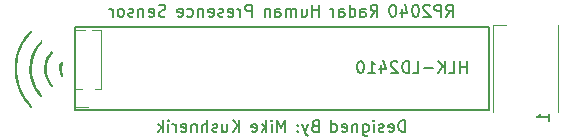
<source format=gbr>
%TF.GenerationSoftware,KiCad,Pcbnew,(7.0.0)*%
%TF.CreationDate,2023-05-29T13:22:43-05:00*%
%TF.ProjectId,rp2040-radar-presense-sensor,72703230-3430-42d7-9261-6461722d7072,rev?*%
%TF.SameCoordinates,Original*%
%TF.FileFunction,Legend,Bot*%
%TF.FilePolarity,Positive*%
%FSLAX46Y46*%
G04 Gerber Fmt 4.6, Leading zero omitted, Abs format (unit mm)*
G04 Created by KiCad (PCBNEW (7.0.0)) date 2023-05-29 13:22:43*
%MOMM*%
%LPD*%
G01*
G04 APERTURE LIST*
%ADD10C,0.150000*%
%ADD11C,0.120000*%
G04 APERTURE END LIST*
D10*
X115636704Y-100367380D02*
X115636704Y-99367380D01*
X115636704Y-99843571D02*
X115065276Y-99843571D01*
X115065276Y-100367380D02*
X115065276Y-99367380D01*
X114112895Y-100367380D02*
X114589085Y-100367380D01*
X114589085Y-100367380D02*
X114589085Y-99367380D01*
X113779561Y-100367380D02*
X113779561Y-99367380D01*
X113208133Y-100367380D02*
X113636704Y-99795952D01*
X113208133Y-99367380D02*
X113779561Y-99938809D01*
X112779561Y-99986428D02*
X112017657Y-99986428D01*
X111065276Y-100367380D02*
X111541466Y-100367380D01*
X111541466Y-100367380D02*
X111541466Y-99367380D01*
X110731942Y-100367380D02*
X110731942Y-99367380D01*
X110731942Y-99367380D02*
X110493847Y-99367380D01*
X110493847Y-99367380D02*
X110350990Y-99415000D01*
X110350990Y-99415000D02*
X110255752Y-99510238D01*
X110255752Y-99510238D02*
X110208133Y-99605476D01*
X110208133Y-99605476D02*
X110160514Y-99795952D01*
X110160514Y-99795952D02*
X110160514Y-99938809D01*
X110160514Y-99938809D02*
X110208133Y-100129285D01*
X110208133Y-100129285D02*
X110255752Y-100224523D01*
X110255752Y-100224523D02*
X110350990Y-100319761D01*
X110350990Y-100319761D02*
X110493847Y-100367380D01*
X110493847Y-100367380D02*
X110731942Y-100367380D01*
X109779561Y-99462619D02*
X109731942Y-99415000D01*
X109731942Y-99415000D02*
X109636704Y-99367380D01*
X109636704Y-99367380D02*
X109398609Y-99367380D01*
X109398609Y-99367380D02*
X109303371Y-99415000D01*
X109303371Y-99415000D02*
X109255752Y-99462619D01*
X109255752Y-99462619D02*
X109208133Y-99557857D01*
X109208133Y-99557857D02*
X109208133Y-99653095D01*
X109208133Y-99653095D02*
X109255752Y-99795952D01*
X109255752Y-99795952D02*
X109827180Y-100367380D01*
X109827180Y-100367380D02*
X109208133Y-100367380D01*
X108350990Y-99700714D02*
X108350990Y-100367380D01*
X108589085Y-99319761D02*
X108827180Y-100034047D01*
X108827180Y-100034047D02*
X108208133Y-100034047D01*
X107303371Y-100367380D02*
X107874799Y-100367380D01*
X107589085Y-100367380D02*
X107589085Y-99367380D01*
X107589085Y-99367380D02*
X107684323Y-99510238D01*
X107684323Y-99510238D02*
X107779561Y-99605476D01*
X107779561Y-99605476D02*
X107874799Y-99653095D01*
X106684323Y-99367380D02*
X106589085Y-99367380D01*
X106589085Y-99367380D02*
X106493847Y-99415000D01*
X106493847Y-99415000D02*
X106446228Y-99462619D01*
X106446228Y-99462619D02*
X106398609Y-99557857D01*
X106398609Y-99557857D02*
X106350990Y-99748333D01*
X106350990Y-99748333D02*
X106350990Y-99986428D01*
X106350990Y-99986428D02*
X106398609Y-100176904D01*
X106398609Y-100176904D02*
X106446228Y-100272142D01*
X106446228Y-100272142D02*
X106493847Y-100319761D01*
X106493847Y-100319761D02*
X106589085Y-100367380D01*
X106589085Y-100367380D02*
X106684323Y-100367380D01*
X106684323Y-100367380D02*
X106779561Y-100319761D01*
X106779561Y-100319761D02*
X106827180Y-100272142D01*
X106827180Y-100272142D02*
X106874799Y-100176904D01*
X106874799Y-100176904D02*
X106922418Y-99986428D01*
X106922418Y-99986428D02*
X106922418Y-99748333D01*
X106922418Y-99748333D02*
X106874799Y-99557857D01*
X106874799Y-99557857D02*
X106827180Y-99462619D01*
X106827180Y-99462619D02*
X106779561Y-99415000D01*
X106779561Y-99415000D02*
X106684323Y-99367380D01*
X110423809Y-105367380D02*
X110423809Y-104367380D01*
X110423809Y-104367380D02*
X110185714Y-104367380D01*
X110185714Y-104367380D02*
X110042857Y-104415000D01*
X110042857Y-104415000D02*
X109947619Y-104510238D01*
X109947619Y-104510238D02*
X109900000Y-104605476D01*
X109900000Y-104605476D02*
X109852381Y-104795952D01*
X109852381Y-104795952D02*
X109852381Y-104938809D01*
X109852381Y-104938809D02*
X109900000Y-105129285D01*
X109900000Y-105129285D02*
X109947619Y-105224523D01*
X109947619Y-105224523D02*
X110042857Y-105319761D01*
X110042857Y-105319761D02*
X110185714Y-105367380D01*
X110185714Y-105367380D02*
X110423809Y-105367380D01*
X109042857Y-105319761D02*
X109138095Y-105367380D01*
X109138095Y-105367380D02*
X109328571Y-105367380D01*
X109328571Y-105367380D02*
X109423809Y-105319761D01*
X109423809Y-105319761D02*
X109471428Y-105224523D01*
X109471428Y-105224523D02*
X109471428Y-104843571D01*
X109471428Y-104843571D02*
X109423809Y-104748333D01*
X109423809Y-104748333D02*
X109328571Y-104700714D01*
X109328571Y-104700714D02*
X109138095Y-104700714D01*
X109138095Y-104700714D02*
X109042857Y-104748333D01*
X109042857Y-104748333D02*
X108995238Y-104843571D01*
X108995238Y-104843571D02*
X108995238Y-104938809D01*
X108995238Y-104938809D02*
X109471428Y-105034047D01*
X108614285Y-105319761D02*
X108519047Y-105367380D01*
X108519047Y-105367380D02*
X108328571Y-105367380D01*
X108328571Y-105367380D02*
X108233333Y-105319761D01*
X108233333Y-105319761D02*
X108185714Y-105224523D01*
X108185714Y-105224523D02*
X108185714Y-105176904D01*
X108185714Y-105176904D02*
X108233333Y-105081666D01*
X108233333Y-105081666D02*
X108328571Y-105034047D01*
X108328571Y-105034047D02*
X108471428Y-105034047D01*
X108471428Y-105034047D02*
X108566666Y-104986428D01*
X108566666Y-104986428D02*
X108614285Y-104891190D01*
X108614285Y-104891190D02*
X108614285Y-104843571D01*
X108614285Y-104843571D02*
X108566666Y-104748333D01*
X108566666Y-104748333D02*
X108471428Y-104700714D01*
X108471428Y-104700714D02*
X108328571Y-104700714D01*
X108328571Y-104700714D02*
X108233333Y-104748333D01*
X107757142Y-105367380D02*
X107757142Y-104700714D01*
X107757142Y-104367380D02*
X107804761Y-104415000D01*
X107804761Y-104415000D02*
X107757142Y-104462619D01*
X107757142Y-104462619D02*
X107709523Y-104415000D01*
X107709523Y-104415000D02*
X107757142Y-104367380D01*
X107757142Y-104367380D02*
X107757142Y-104462619D01*
X106852381Y-104700714D02*
X106852381Y-105510238D01*
X106852381Y-105510238D02*
X106900000Y-105605476D01*
X106900000Y-105605476D02*
X106947619Y-105653095D01*
X106947619Y-105653095D02*
X107042857Y-105700714D01*
X107042857Y-105700714D02*
X107185714Y-105700714D01*
X107185714Y-105700714D02*
X107280952Y-105653095D01*
X106852381Y-105319761D02*
X106947619Y-105367380D01*
X106947619Y-105367380D02*
X107138095Y-105367380D01*
X107138095Y-105367380D02*
X107233333Y-105319761D01*
X107233333Y-105319761D02*
X107280952Y-105272142D01*
X107280952Y-105272142D02*
X107328571Y-105176904D01*
X107328571Y-105176904D02*
X107328571Y-104891190D01*
X107328571Y-104891190D02*
X107280952Y-104795952D01*
X107280952Y-104795952D02*
X107233333Y-104748333D01*
X107233333Y-104748333D02*
X107138095Y-104700714D01*
X107138095Y-104700714D02*
X106947619Y-104700714D01*
X106947619Y-104700714D02*
X106852381Y-104748333D01*
X106376190Y-104700714D02*
X106376190Y-105367380D01*
X106376190Y-104795952D02*
X106328571Y-104748333D01*
X106328571Y-104748333D02*
X106233333Y-104700714D01*
X106233333Y-104700714D02*
X106090476Y-104700714D01*
X106090476Y-104700714D02*
X105995238Y-104748333D01*
X105995238Y-104748333D02*
X105947619Y-104843571D01*
X105947619Y-104843571D02*
X105947619Y-105367380D01*
X105090476Y-105319761D02*
X105185714Y-105367380D01*
X105185714Y-105367380D02*
X105376190Y-105367380D01*
X105376190Y-105367380D02*
X105471428Y-105319761D01*
X105471428Y-105319761D02*
X105519047Y-105224523D01*
X105519047Y-105224523D02*
X105519047Y-104843571D01*
X105519047Y-104843571D02*
X105471428Y-104748333D01*
X105471428Y-104748333D02*
X105376190Y-104700714D01*
X105376190Y-104700714D02*
X105185714Y-104700714D01*
X105185714Y-104700714D02*
X105090476Y-104748333D01*
X105090476Y-104748333D02*
X105042857Y-104843571D01*
X105042857Y-104843571D02*
X105042857Y-104938809D01*
X105042857Y-104938809D02*
X105519047Y-105034047D01*
X104185714Y-105367380D02*
X104185714Y-104367380D01*
X104185714Y-105319761D02*
X104280952Y-105367380D01*
X104280952Y-105367380D02*
X104471428Y-105367380D01*
X104471428Y-105367380D02*
X104566666Y-105319761D01*
X104566666Y-105319761D02*
X104614285Y-105272142D01*
X104614285Y-105272142D02*
X104661904Y-105176904D01*
X104661904Y-105176904D02*
X104661904Y-104891190D01*
X104661904Y-104891190D02*
X104614285Y-104795952D01*
X104614285Y-104795952D02*
X104566666Y-104748333D01*
X104566666Y-104748333D02*
X104471428Y-104700714D01*
X104471428Y-104700714D02*
X104280952Y-104700714D01*
X104280952Y-104700714D02*
X104185714Y-104748333D01*
X102776190Y-104843571D02*
X102633333Y-104891190D01*
X102633333Y-104891190D02*
X102585714Y-104938809D01*
X102585714Y-104938809D02*
X102538095Y-105034047D01*
X102538095Y-105034047D02*
X102538095Y-105176904D01*
X102538095Y-105176904D02*
X102585714Y-105272142D01*
X102585714Y-105272142D02*
X102633333Y-105319761D01*
X102633333Y-105319761D02*
X102728571Y-105367380D01*
X102728571Y-105367380D02*
X103109523Y-105367380D01*
X103109523Y-105367380D02*
X103109523Y-104367380D01*
X103109523Y-104367380D02*
X102776190Y-104367380D01*
X102776190Y-104367380D02*
X102680952Y-104415000D01*
X102680952Y-104415000D02*
X102633333Y-104462619D01*
X102633333Y-104462619D02*
X102585714Y-104557857D01*
X102585714Y-104557857D02*
X102585714Y-104653095D01*
X102585714Y-104653095D02*
X102633333Y-104748333D01*
X102633333Y-104748333D02*
X102680952Y-104795952D01*
X102680952Y-104795952D02*
X102776190Y-104843571D01*
X102776190Y-104843571D02*
X103109523Y-104843571D01*
X102204761Y-104700714D02*
X101966666Y-105367380D01*
X101728571Y-104700714D02*
X101966666Y-105367380D01*
X101966666Y-105367380D02*
X102061904Y-105605476D01*
X102061904Y-105605476D02*
X102109523Y-105653095D01*
X102109523Y-105653095D02*
X102204761Y-105700714D01*
X101347618Y-105272142D02*
X101299999Y-105319761D01*
X101299999Y-105319761D02*
X101347618Y-105367380D01*
X101347618Y-105367380D02*
X101395237Y-105319761D01*
X101395237Y-105319761D02*
X101347618Y-105272142D01*
X101347618Y-105272142D02*
X101347618Y-105367380D01*
X101347618Y-104748333D02*
X101299999Y-104795952D01*
X101299999Y-104795952D02*
X101347618Y-104843571D01*
X101347618Y-104843571D02*
X101395237Y-104795952D01*
X101395237Y-104795952D02*
X101347618Y-104748333D01*
X101347618Y-104748333D02*
X101347618Y-104843571D01*
X100271428Y-105367380D02*
X100271428Y-104367380D01*
X100271428Y-104367380D02*
X99938095Y-105081666D01*
X99938095Y-105081666D02*
X99604762Y-104367380D01*
X99604762Y-104367380D02*
X99604762Y-105367380D01*
X99128571Y-105367380D02*
X99128571Y-104700714D01*
X99128571Y-104367380D02*
X99176190Y-104415000D01*
X99176190Y-104415000D02*
X99128571Y-104462619D01*
X99128571Y-104462619D02*
X99080952Y-104415000D01*
X99080952Y-104415000D02*
X99128571Y-104367380D01*
X99128571Y-104367380D02*
X99128571Y-104462619D01*
X98652381Y-105367380D02*
X98652381Y-104367380D01*
X98557143Y-104986428D02*
X98271429Y-105367380D01*
X98271429Y-104700714D02*
X98652381Y-105081666D01*
X97461905Y-105319761D02*
X97557143Y-105367380D01*
X97557143Y-105367380D02*
X97747619Y-105367380D01*
X97747619Y-105367380D02*
X97842857Y-105319761D01*
X97842857Y-105319761D02*
X97890476Y-105224523D01*
X97890476Y-105224523D02*
X97890476Y-104843571D01*
X97890476Y-104843571D02*
X97842857Y-104748333D01*
X97842857Y-104748333D02*
X97747619Y-104700714D01*
X97747619Y-104700714D02*
X97557143Y-104700714D01*
X97557143Y-104700714D02*
X97461905Y-104748333D01*
X97461905Y-104748333D02*
X97414286Y-104843571D01*
X97414286Y-104843571D02*
X97414286Y-104938809D01*
X97414286Y-104938809D02*
X97890476Y-105034047D01*
X96385714Y-105367380D02*
X96385714Y-104367380D01*
X95814286Y-105367380D02*
X96242857Y-104795952D01*
X95814286Y-104367380D02*
X96385714Y-104938809D01*
X94957143Y-104700714D02*
X94957143Y-105367380D01*
X95385714Y-104700714D02*
X95385714Y-105224523D01*
X95385714Y-105224523D02*
X95338095Y-105319761D01*
X95338095Y-105319761D02*
X95242857Y-105367380D01*
X95242857Y-105367380D02*
X95100000Y-105367380D01*
X95100000Y-105367380D02*
X95004762Y-105319761D01*
X95004762Y-105319761D02*
X94957143Y-105272142D01*
X94528571Y-105319761D02*
X94433333Y-105367380D01*
X94433333Y-105367380D02*
X94242857Y-105367380D01*
X94242857Y-105367380D02*
X94147619Y-105319761D01*
X94147619Y-105319761D02*
X94100000Y-105224523D01*
X94100000Y-105224523D02*
X94100000Y-105176904D01*
X94100000Y-105176904D02*
X94147619Y-105081666D01*
X94147619Y-105081666D02*
X94242857Y-105034047D01*
X94242857Y-105034047D02*
X94385714Y-105034047D01*
X94385714Y-105034047D02*
X94480952Y-104986428D01*
X94480952Y-104986428D02*
X94528571Y-104891190D01*
X94528571Y-104891190D02*
X94528571Y-104843571D01*
X94528571Y-104843571D02*
X94480952Y-104748333D01*
X94480952Y-104748333D02*
X94385714Y-104700714D01*
X94385714Y-104700714D02*
X94242857Y-104700714D01*
X94242857Y-104700714D02*
X94147619Y-104748333D01*
X93671428Y-105367380D02*
X93671428Y-104367380D01*
X93242857Y-105367380D02*
X93242857Y-104843571D01*
X93242857Y-104843571D02*
X93290476Y-104748333D01*
X93290476Y-104748333D02*
X93385714Y-104700714D01*
X93385714Y-104700714D02*
X93528571Y-104700714D01*
X93528571Y-104700714D02*
X93623809Y-104748333D01*
X93623809Y-104748333D02*
X93671428Y-104795952D01*
X92766666Y-104700714D02*
X92766666Y-105367380D01*
X92766666Y-104795952D02*
X92719047Y-104748333D01*
X92719047Y-104748333D02*
X92623809Y-104700714D01*
X92623809Y-104700714D02*
X92480952Y-104700714D01*
X92480952Y-104700714D02*
X92385714Y-104748333D01*
X92385714Y-104748333D02*
X92338095Y-104843571D01*
X92338095Y-104843571D02*
X92338095Y-105367380D01*
X91480952Y-105319761D02*
X91576190Y-105367380D01*
X91576190Y-105367380D02*
X91766666Y-105367380D01*
X91766666Y-105367380D02*
X91861904Y-105319761D01*
X91861904Y-105319761D02*
X91909523Y-105224523D01*
X91909523Y-105224523D02*
X91909523Y-104843571D01*
X91909523Y-104843571D02*
X91861904Y-104748333D01*
X91861904Y-104748333D02*
X91766666Y-104700714D01*
X91766666Y-104700714D02*
X91576190Y-104700714D01*
X91576190Y-104700714D02*
X91480952Y-104748333D01*
X91480952Y-104748333D02*
X91433333Y-104843571D01*
X91433333Y-104843571D02*
X91433333Y-104938809D01*
X91433333Y-104938809D02*
X91909523Y-105034047D01*
X91004761Y-105367380D02*
X91004761Y-104700714D01*
X91004761Y-104891190D02*
X90957142Y-104795952D01*
X90957142Y-104795952D02*
X90909523Y-104748333D01*
X90909523Y-104748333D02*
X90814285Y-104700714D01*
X90814285Y-104700714D02*
X90719047Y-104700714D01*
X90385713Y-105367380D02*
X90385713Y-104700714D01*
X90385713Y-104367380D02*
X90433332Y-104415000D01*
X90433332Y-104415000D02*
X90385713Y-104462619D01*
X90385713Y-104462619D02*
X90338094Y-104415000D01*
X90338094Y-104415000D02*
X90385713Y-104367380D01*
X90385713Y-104367380D02*
X90385713Y-104462619D01*
X89909523Y-105367380D02*
X89909523Y-104367380D01*
X89814285Y-104986428D02*
X89528571Y-105367380D01*
X89528571Y-104700714D02*
X89909523Y-105081666D01*
X113914287Y-95617380D02*
X114247620Y-95141190D01*
X114485715Y-95617380D02*
X114485715Y-94617380D01*
X114485715Y-94617380D02*
X114104763Y-94617380D01*
X114104763Y-94617380D02*
X114009525Y-94665000D01*
X114009525Y-94665000D02*
X113961906Y-94712619D01*
X113961906Y-94712619D02*
X113914287Y-94807857D01*
X113914287Y-94807857D02*
X113914287Y-94950714D01*
X113914287Y-94950714D02*
X113961906Y-95045952D01*
X113961906Y-95045952D02*
X114009525Y-95093571D01*
X114009525Y-95093571D02*
X114104763Y-95141190D01*
X114104763Y-95141190D02*
X114485715Y-95141190D01*
X113485715Y-95617380D02*
X113485715Y-94617380D01*
X113485715Y-94617380D02*
X113104763Y-94617380D01*
X113104763Y-94617380D02*
X113009525Y-94665000D01*
X113009525Y-94665000D02*
X112961906Y-94712619D01*
X112961906Y-94712619D02*
X112914287Y-94807857D01*
X112914287Y-94807857D02*
X112914287Y-94950714D01*
X112914287Y-94950714D02*
X112961906Y-95045952D01*
X112961906Y-95045952D02*
X113009525Y-95093571D01*
X113009525Y-95093571D02*
X113104763Y-95141190D01*
X113104763Y-95141190D02*
X113485715Y-95141190D01*
X112533334Y-94712619D02*
X112485715Y-94665000D01*
X112485715Y-94665000D02*
X112390477Y-94617380D01*
X112390477Y-94617380D02*
X112152382Y-94617380D01*
X112152382Y-94617380D02*
X112057144Y-94665000D01*
X112057144Y-94665000D02*
X112009525Y-94712619D01*
X112009525Y-94712619D02*
X111961906Y-94807857D01*
X111961906Y-94807857D02*
X111961906Y-94903095D01*
X111961906Y-94903095D02*
X112009525Y-95045952D01*
X112009525Y-95045952D02*
X112580953Y-95617380D01*
X112580953Y-95617380D02*
X111961906Y-95617380D01*
X111342858Y-94617380D02*
X111247620Y-94617380D01*
X111247620Y-94617380D02*
X111152382Y-94665000D01*
X111152382Y-94665000D02*
X111104763Y-94712619D01*
X111104763Y-94712619D02*
X111057144Y-94807857D01*
X111057144Y-94807857D02*
X111009525Y-94998333D01*
X111009525Y-94998333D02*
X111009525Y-95236428D01*
X111009525Y-95236428D02*
X111057144Y-95426904D01*
X111057144Y-95426904D02*
X111104763Y-95522142D01*
X111104763Y-95522142D02*
X111152382Y-95569761D01*
X111152382Y-95569761D02*
X111247620Y-95617380D01*
X111247620Y-95617380D02*
X111342858Y-95617380D01*
X111342858Y-95617380D02*
X111438096Y-95569761D01*
X111438096Y-95569761D02*
X111485715Y-95522142D01*
X111485715Y-95522142D02*
X111533334Y-95426904D01*
X111533334Y-95426904D02*
X111580953Y-95236428D01*
X111580953Y-95236428D02*
X111580953Y-94998333D01*
X111580953Y-94998333D02*
X111533334Y-94807857D01*
X111533334Y-94807857D02*
X111485715Y-94712619D01*
X111485715Y-94712619D02*
X111438096Y-94665000D01*
X111438096Y-94665000D02*
X111342858Y-94617380D01*
X110152382Y-94950714D02*
X110152382Y-95617380D01*
X110390477Y-94569761D02*
X110628572Y-95284047D01*
X110628572Y-95284047D02*
X110009525Y-95284047D01*
X109438096Y-94617380D02*
X109342858Y-94617380D01*
X109342858Y-94617380D02*
X109247620Y-94665000D01*
X109247620Y-94665000D02*
X109200001Y-94712619D01*
X109200001Y-94712619D02*
X109152382Y-94807857D01*
X109152382Y-94807857D02*
X109104763Y-94998333D01*
X109104763Y-94998333D02*
X109104763Y-95236428D01*
X109104763Y-95236428D02*
X109152382Y-95426904D01*
X109152382Y-95426904D02*
X109200001Y-95522142D01*
X109200001Y-95522142D02*
X109247620Y-95569761D01*
X109247620Y-95569761D02*
X109342858Y-95617380D01*
X109342858Y-95617380D02*
X109438096Y-95617380D01*
X109438096Y-95617380D02*
X109533334Y-95569761D01*
X109533334Y-95569761D02*
X109580953Y-95522142D01*
X109580953Y-95522142D02*
X109628572Y-95426904D01*
X109628572Y-95426904D02*
X109676191Y-95236428D01*
X109676191Y-95236428D02*
X109676191Y-94998333D01*
X109676191Y-94998333D02*
X109628572Y-94807857D01*
X109628572Y-94807857D02*
X109580953Y-94712619D01*
X109580953Y-94712619D02*
X109533334Y-94665000D01*
X109533334Y-94665000D02*
X109438096Y-94617380D01*
X107504763Y-95617380D02*
X107838096Y-95141190D01*
X108076191Y-95617380D02*
X108076191Y-94617380D01*
X108076191Y-94617380D02*
X107695239Y-94617380D01*
X107695239Y-94617380D02*
X107600001Y-94665000D01*
X107600001Y-94665000D02*
X107552382Y-94712619D01*
X107552382Y-94712619D02*
X107504763Y-94807857D01*
X107504763Y-94807857D02*
X107504763Y-94950714D01*
X107504763Y-94950714D02*
X107552382Y-95045952D01*
X107552382Y-95045952D02*
X107600001Y-95093571D01*
X107600001Y-95093571D02*
X107695239Y-95141190D01*
X107695239Y-95141190D02*
X108076191Y-95141190D01*
X106647620Y-95617380D02*
X106647620Y-95093571D01*
X106647620Y-95093571D02*
X106695239Y-94998333D01*
X106695239Y-94998333D02*
X106790477Y-94950714D01*
X106790477Y-94950714D02*
X106980953Y-94950714D01*
X106980953Y-94950714D02*
X107076191Y-94998333D01*
X106647620Y-95569761D02*
X106742858Y-95617380D01*
X106742858Y-95617380D02*
X106980953Y-95617380D01*
X106980953Y-95617380D02*
X107076191Y-95569761D01*
X107076191Y-95569761D02*
X107123810Y-95474523D01*
X107123810Y-95474523D02*
X107123810Y-95379285D01*
X107123810Y-95379285D02*
X107076191Y-95284047D01*
X107076191Y-95284047D02*
X106980953Y-95236428D01*
X106980953Y-95236428D02*
X106742858Y-95236428D01*
X106742858Y-95236428D02*
X106647620Y-95188809D01*
X105742858Y-95617380D02*
X105742858Y-94617380D01*
X105742858Y-95569761D02*
X105838096Y-95617380D01*
X105838096Y-95617380D02*
X106028572Y-95617380D01*
X106028572Y-95617380D02*
X106123810Y-95569761D01*
X106123810Y-95569761D02*
X106171429Y-95522142D01*
X106171429Y-95522142D02*
X106219048Y-95426904D01*
X106219048Y-95426904D02*
X106219048Y-95141190D01*
X106219048Y-95141190D02*
X106171429Y-95045952D01*
X106171429Y-95045952D02*
X106123810Y-94998333D01*
X106123810Y-94998333D02*
X106028572Y-94950714D01*
X106028572Y-94950714D02*
X105838096Y-94950714D01*
X105838096Y-94950714D02*
X105742858Y-94998333D01*
X104838096Y-95617380D02*
X104838096Y-95093571D01*
X104838096Y-95093571D02*
X104885715Y-94998333D01*
X104885715Y-94998333D02*
X104980953Y-94950714D01*
X104980953Y-94950714D02*
X105171429Y-94950714D01*
X105171429Y-94950714D02*
X105266667Y-94998333D01*
X104838096Y-95569761D02*
X104933334Y-95617380D01*
X104933334Y-95617380D02*
X105171429Y-95617380D01*
X105171429Y-95617380D02*
X105266667Y-95569761D01*
X105266667Y-95569761D02*
X105314286Y-95474523D01*
X105314286Y-95474523D02*
X105314286Y-95379285D01*
X105314286Y-95379285D02*
X105266667Y-95284047D01*
X105266667Y-95284047D02*
X105171429Y-95236428D01*
X105171429Y-95236428D02*
X104933334Y-95236428D01*
X104933334Y-95236428D02*
X104838096Y-95188809D01*
X104361905Y-95617380D02*
X104361905Y-94950714D01*
X104361905Y-95141190D02*
X104314286Y-95045952D01*
X104314286Y-95045952D02*
X104266667Y-94998333D01*
X104266667Y-94998333D02*
X104171429Y-94950714D01*
X104171429Y-94950714D02*
X104076191Y-94950714D01*
X103142857Y-95617380D02*
X103142857Y-94617380D01*
X103142857Y-95093571D02*
X102571429Y-95093571D01*
X102571429Y-95617380D02*
X102571429Y-94617380D01*
X101666667Y-94950714D02*
X101666667Y-95617380D01*
X102095238Y-94950714D02*
X102095238Y-95474523D01*
X102095238Y-95474523D02*
X102047619Y-95569761D01*
X102047619Y-95569761D02*
X101952381Y-95617380D01*
X101952381Y-95617380D02*
X101809524Y-95617380D01*
X101809524Y-95617380D02*
X101714286Y-95569761D01*
X101714286Y-95569761D02*
X101666667Y-95522142D01*
X101190476Y-95617380D02*
X101190476Y-94950714D01*
X101190476Y-95045952D02*
X101142857Y-94998333D01*
X101142857Y-94998333D02*
X101047619Y-94950714D01*
X101047619Y-94950714D02*
X100904762Y-94950714D01*
X100904762Y-94950714D02*
X100809524Y-94998333D01*
X100809524Y-94998333D02*
X100761905Y-95093571D01*
X100761905Y-95093571D02*
X100761905Y-95617380D01*
X100761905Y-95093571D02*
X100714286Y-94998333D01*
X100714286Y-94998333D02*
X100619048Y-94950714D01*
X100619048Y-94950714D02*
X100476191Y-94950714D01*
X100476191Y-94950714D02*
X100380952Y-94998333D01*
X100380952Y-94998333D02*
X100333333Y-95093571D01*
X100333333Y-95093571D02*
X100333333Y-95617380D01*
X99428572Y-95617380D02*
X99428572Y-95093571D01*
X99428572Y-95093571D02*
X99476191Y-94998333D01*
X99476191Y-94998333D02*
X99571429Y-94950714D01*
X99571429Y-94950714D02*
X99761905Y-94950714D01*
X99761905Y-94950714D02*
X99857143Y-94998333D01*
X99428572Y-95569761D02*
X99523810Y-95617380D01*
X99523810Y-95617380D02*
X99761905Y-95617380D01*
X99761905Y-95617380D02*
X99857143Y-95569761D01*
X99857143Y-95569761D02*
X99904762Y-95474523D01*
X99904762Y-95474523D02*
X99904762Y-95379285D01*
X99904762Y-95379285D02*
X99857143Y-95284047D01*
X99857143Y-95284047D02*
X99761905Y-95236428D01*
X99761905Y-95236428D02*
X99523810Y-95236428D01*
X99523810Y-95236428D02*
X99428572Y-95188809D01*
X98952381Y-94950714D02*
X98952381Y-95617380D01*
X98952381Y-95045952D02*
X98904762Y-94998333D01*
X98904762Y-94998333D02*
X98809524Y-94950714D01*
X98809524Y-94950714D02*
X98666667Y-94950714D01*
X98666667Y-94950714D02*
X98571429Y-94998333D01*
X98571429Y-94998333D02*
X98523810Y-95093571D01*
X98523810Y-95093571D02*
X98523810Y-95617380D01*
X97447619Y-95617380D02*
X97447619Y-94617380D01*
X97447619Y-94617380D02*
X97066667Y-94617380D01*
X97066667Y-94617380D02*
X96971429Y-94665000D01*
X96971429Y-94665000D02*
X96923810Y-94712619D01*
X96923810Y-94712619D02*
X96876191Y-94807857D01*
X96876191Y-94807857D02*
X96876191Y-94950714D01*
X96876191Y-94950714D02*
X96923810Y-95045952D01*
X96923810Y-95045952D02*
X96971429Y-95093571D01*
X96971429Y-95093571D02*
X97066667Y-95141190D01*
X97066667Y-95141190D02*
X97447619Y-95141190D01*
X96447619Y-95617380D02*
X96447619Y-94950714D01*
X96447619Y-95141190D02*
X96400000Y-95045952D01*
X96400000Y-95045952D02*
X96352381Y-94998333D01*
X96352381Y-94998333D02*
X96257143Y-94950714D01*
X96257143Y-94950714D02*
X96161905Y-94950714D01*
X95447619Y-95569761D02*
X95542857Y-95617380D01*
X95542857Y-95617380D02*
X95733333Y-95617380D01*
X95733333Y-95617380D02*
X95828571Y-95569761D01*
X95828571Y-95569761D02*
X95876190Y-95474523D01*
X95876190Y-95474523D02*
X95876190Y-95093571D01*
X95876190Y-95093571D02*
X95828571Y-94998333D01*
X95828571Y-94998333D02*
X95733333Y-94950714D01*
X95733333Y-94950714D02*
X95542857Y-94950714D01*
X95542857Y-94950714D02*
X95447619Y-94998333D01*
X95447619Y-94998333D02*
X95400000Y-95093571D01*
X95400000Y-95093571D02*
X95400000Y-95188809D01*
X95400000Y-95188809D02*
X95876190Y-95284047D01*
X95019047Y-95569761D02*
X94923809Y-95617380D01*
X94923809Y-95617380D02*
X94733333Y-95617380D01*
X94733333Y-95617380D02*
X94638095Y-95569761D01*
X94638095Y-95569761D02*
X94590476Y-95474523D01*
X94590476Y-95474523D02*
X94590476Y-95426904D01*
X94590476Y-95426904D02*
X94638095Y-95331666D01*
X94638095Y-95331666D02*
X94733333Y-95284047D01*
X94733333Y-95284047D02*
X94876190Y-95284047D01*
X94876190Y-95284047D02*
X94971428Y-95236428D01*
X94971428Y-95236428D02*
X95019047Y-95141190D01*
X95019047Y-95141190D02*
X95019047Y-95093571D01*
X95019047Y-95093571D02*
X94971428Y-94998333D01*
X94971428Y-94998333D02*
X94876190Y-94950714D01*
X94876190Y-94950714D02*
X94733333Y-94950714D01*
X94733333Y-94950714D02*
X94638095Y-94998333D01*
X93780952Y-95569761D02*
X93876190Y-95617380D01*
X93876190Y-95617380D02*
X94066666Y-95617380D01*
X94066666Y-95617380D02*
X94161904Y-95569761D01*
X94161904Y-95569761D02*
X94209523Y-95474523D01*
X94209523Y-95474523D02*
X94209523Y-95093571D01*
X94209523Y-95093571D02*
X94161904Y-94998333D01*
X94161904Y-94998333D02*
X94066666Y-94950714D01*
X94066666Y-94950714D02*
X93876190Y-94950714D01*
X93876190Y-94950714D02*
X93780952Y-94998333D01*
X93780952Y-94998333D02*
X93733333Y-95093571D01*
X93733333Y-95093571D02*
X93733333Y-95188809D01*
X93733333Y-95188809D02*
X94209523Y-95284047D01*
X93304761Y-94950714D02*
X93304761Y-95617380D01*
X93304761Y-95045952D02*
X93257142Y-94998333D01*
X93257142Y-94998333D02*
X93161904Y-94950714D01*
X93161904Y-94950714D02*
X93019047Y-94950714D01*
X93019047Y-94950714D02*
X92923809Y-94998333D01*
X92923809Y-94998333D02*
X92876190Y-95093571D01*
X92876190Y-95093571D02*
X92876190Y-95617380D01*
X91971428Y-95569761D02*
X92066666Y-95617380D01*
X92066666Y-95617380D02*
X92257142Y-95617380D01*
X92257142Y-95617380D02*
X92352380Y-95569761D01*
X92352380Y-95569761D02*
X92399999Y-95522142D01*
X92399999Y-95522142D02*
X92447618Y-95426904D01*
X92447618Y-95426904D02*
X92447618Y-95141190D01*
X92447618Y-95141190D02*
X92399999Y-95045952D01*
X92399999Y-95045952D02*
X92352380Y-94998333D01*
X92352380Y-94998333D02*
X92257142Y-94950714D01*
X92257142Y-94950714D02*
X92066666Y-94950714D01*
X92066666Y-94950714D02*
X91971428Y-94998333D01*
X91161904Y-95569761D02*
X91257142Y-95617380D01*
X91257142Y-95617380D02*
X91447618Y-95617380D01*
X91447618Y-95617380D02*
X91542856Y-95569761D01*
X91542856Y-95569761D02*
X91590475Y-95474523D01*
X91590475Y-95474523D02*
X91590475Y-95093571D01*
X91590475Y-95093571D02*
X91542856Y-94998333D01*
X91542856Y-94998333D02*
X91447618Y-94950714D01*
X91447618Y-94950714D02*
X91257142Y-94950714D01*
X91257142Y-94950714D02*
X91161904Y-94998333D01*
X91161904Y-94998333D02*
X91114285Y-95093571D01*
X91114285Y-95093571D02*
X91114285Y-95188809D01*
X91114285Y-95188809D02*
X91590475Y-95284047D01*
X90133332Y-95569761D02*
X89990475Y-95617380D01*
X89990475Y-95617380D02*
X89752380Y-95617380D01*
X89752380Y-95617380D02*
X89657142Y-95569761D01*
X89657142Y-95569761D02*
X89609523Y-95522142D01*
X89609523Y-95522142D02*
X89561904Y-95426904D01*
X89561904Y-95426904D02*
X89561904Y-95331666D01*
X89561904Y-95331666D02*
X89609523Y-95236428D01*
X89609523Y-95236428D02*
X89657142Y-95188809D01*
X89657142Y-95188809D02*
X89752380Y-95141190D01*
X89752380Y-95141190D02*
X89942856Y-95093571D01*
X89942856Y-95093571D02*
X90038094Y-95045952D01*
X90038094Y-95045952D02*
X90085713Y-94998333D01*
X90085713Y-94998333D02*
X90133332Y-94903095D01*
X90133332Y-94903095D02*
X90133332Y-94807857D01*
X90133332Y-94807857D02*
X90085713Y-94712619D01*
X90085713Y-94712619D02*
X90038094Y-94665000D01*
X90038094Y-94665000D02*
X89942856Y-94617380D01*
X89942856Y-94617380D02*
X89704761Y-94617380D01*
X89704761Y-94617380D02*
X89561904Y-94665000D01*
X88752380Y-95569761D02*
X88847618Y-95617380D01*
X88847618Y-95617380D02*
X89038094Y-95617380D01*
X89038094Y-95617380D02*
X89133332Y-95569761D01*
X89133332Y-95569761D02*
X89180951Y-95474523D01*
X89180951Y-95474523D02*
X89180951Y-95093571D01*
X89180951Y-95093571D02*
X89133332Y-94998333D01*
X89133332Y-94998333D02*
X89038094Y-94950714D01*
X89038094Y-94950714D02*
X88847618Y-94950714D01*
X88847618Y-94950714D02*
X88752380Y-94998333D01*
X88752380Y-94998333D02*
X88704761Y-95093571D01*
X88704761Y-95093571D02*
X88704761Y-95188809D01*
X88704761Y-95188809D02*
X89180951Y-95284047D01*
X88276189Y-94950714D02*
X88276189Y-95617380D01*
X88276189Y-95045952D02*
X88228570Y-94998333D01*
X88228570Y-94998333D02*
X88133332Y-94950714D01*
X88133332Y-94950714D02*
X87990475Y-94950714D01*
X87990475Y-94950714D02*
X87895237Y-94998333D01*
X87895237Y-94998333D02*
X87847618Y-95093571D01*
X87847618Y-95093571D02*
X87847618Y-95617380D01*
X87419046Y-95569761D02*
X87323808Y-95617380D01*
X87323808Y-95617380D02*
X87133332Y-95617380D01*
X87133332Y-95617380D02*
X87038094Y-95569761D01*
X87038094Y-95569761D02*
X86990475Y-95474523D01*
X86990475Y-95474523D02*
X86990475Y-95426904D01*
X86990475Y-95426904D02*
X87038094Y-95331666D01*
X87038094Y-95331666D02*
X87133332Y-95284047D01*
X87133332Y-95284047D02*
X87276189Y-95284047D01*
X87276189Y-95284047D02*
X87371427Y-95236428D01*
X87371427Y-95236428D02*
X87419046Y-95141190D01*
X87419046Y-95141190D02*
X87419046Y-95093571D01*
X87419046Y-95093571D02*
X87371427Y-94998333D01*
X87371427Y-94998333D02*
X87276189Y-94950714D01*
X87276189Y-94950714D02*
X87133332Y-94950714D01*
X87133332Y-94950714D02*
X87038094Y-94998333D01*
X86419046Y-95617380D02*
X86514284Y-95569761D01*
X86514284Y-95569761D02*
X86561903Y-95522142D01*
X86561903Y-95522142D02*
X86609522Y-95426904D01*
X86609522Y-95426904D02*
X86609522Y-95141190D01*
X86609522Y-95141190D02*
X86561903Y-95045952D01*
X86561903Y-95045952D02*
X86514284Y-94998333D01*
X86514284Y-94998333D02*
X86419046Y-94950714D01*
X86419046Y-94950714D02*
X86276189Y-94950714D01*
X86276189Y-94950714D02*
X86180951Y-94998333D01*
X86180951Y-94998333D02*
X86133332Y-95045952D01*
X86133332Y-95045952D02*
X86085713Y-95141190D01*
X86085713Y-95141190D02*
X86085713Y-95426904D01*
X86085713Y-95426904D02*
X86133332Y-95522142D01*
X86133332Y-95522142D02*
X86180951Y-95569761D01*
X86180951Y-95569761D02*
X86276189Y-95617380D01*
X86276189Y-95617380D02*
X86419046Y-95617380D01*
X85657141Y-95617380D02*
X85657141Y-94950714D01*
X85657141Y-95141190D02*
X85609522Y-95045952D01*
X85609522Y-95045952D02*
X85561903Y-94998333D01*
X85561903Y-94998333D02*
X85466665Y-94950714D01*
X85466665Y-94950714D02*
X85371427Y-94950714D01*
X82500000Y-96500000D02*
X117500000Y-96500000D01*
X117500000Y-96500000D02*
X117500000Y-103500000D01*
X117500000Y-103500000D02*
X82500000Y-103500000D01*
X82500000Y-103500000D02*
X82500000Y-96500000D01*
%TO.C,D2*%
X122567380Y-104435714D02*
X122567380Y-103864286D01*
X122567380Y-104150000D02*
X121567380Y-104150000D01*
X121567380Y-104150000D02*
X121710238Y-104054762D01*
X121710238Y-104054762D02*
X121805476Y-103959524D01*
X121805476Y-103959524D02*
X121853095Y-103864286D01*
%TO.C,G\u002A\u002A\u002A*%
G36*
X78789359Y-96794867D02*
G01*
X78820741Y-96843707D01*
X78800749Y-96916926D01*
X78720792Y-97033414D01*
X78572280Y-97212061D01*
X78482475Y-97325886D01*
X78290907Y-97618102D01*
X78097641Y-97967794D01*
X77919555Y-98340883D01*
X77773528Y-98703287D01*
X77676438Y-99020925D01*
X77618040Y-99366985D01*
X77586792Y-99817375D01*
X77591161Y-100292641D01*
X77630581Y-100750062D01*
X77704490Y-101146916D01*
X77759902Y-101338810D01*
X77969925Y-101875160D01*
X78248726Y-102397876D01*
X78573083Y-102861126D01*
X78651199Y-102959317D01*
X78771816Y-103127646D01*
X78823236Y-103235243D01*
X78812420Y-103294717D01*
X78764550Y-103338969D01*
X78721632Y-103344114D01*
X78658734Y-103293746D01*
X78547377Y-103175000D01*
X78541544Y-103168666D01*
X78126412Y-102635850D01*
X77794713Y-102037675D01*
X77552035Y-101389042D01*
X77403972Y-100704850D01*
X77356112Y-100000000D01*
X77356806Y-99936877D01*
X77410365Y-99267827D01*
X77552870Y-98646320D01*
X77791303Y-98049472D01*
X78132642Y-97454405D01*
X78157638Y-97416534D01*
X78372934Y-97110240D01*
X78547604Y-96900981D01*
X78680018Y-96790485D01*
X78768546Y-96780480D01*
X78789359Y-96794867D01*
G37*
G36*
X79681852Y-97613725D02*
G01*
X79699278Y-97698950D01*
X79649333Y-97834201D01*
X79536368Y-97999979D01*
X79316897Y-98305248D01*
X79062011Y-98808717D01*
X78901037Y-99347293D01*
X78834086Y-99905307D01*
X78861263Y-100467090D01*
X78982679Y-101016974D01*
X79198440Y-101539292D01*
X79508655Y-102018375D01*
X79611395Y-102162548D01*
X79685427Y-102299041D01*
X79702026Y-102381743D01*
X79689792Y-102409162D01*
X79639101Y-102453990D01*
X79563857Y-102424213D01*
X79453216Y-102312621D01*
X79296333Y-102112004D01*
X79116985Y-101846906D01*
X78842178Y-101299439D01*
X78669975Y-100726581D01*
X78600240Y-100140304D01*
X78632841Y-99552580D01*
X78767644Y-98975382D01*
X79004515Y-98420680D01*
X79343321Y-97900448D01*
X79348254Y-97894144D01*
X79472803Y-97742836D01*
X79572764Y-97635236D01*
X79626900Y-97594273D01*
X79681852Y-97613725D01*
G37*
G36*
X80546507Y-98560855D02*
G01*
X80573144Y-98595591D01*
X80578787Y-98661978D01*
X80532769Y-98765384D01*
X80426760Y-98931607D01*
X80341873Y-99065452D01*
X80194447Y-99374441D01*
X80117399Y-99699623D01*
X80098503Y-100083920D01*
X80136485Y-100485702D01*
X80251713Y-100852584D01*
X80455742Y-101200959D01*
X80521083Y-101300880D01*
X80584673Y-101430339D01*
X80593829Y-101505945D01*
X80546245Y-101556042D01*
X80469678Y-101544437D01*
X80358402Y-101440638D01*
X80284787Y-101350541D01*
X80085392Y-101014447D01*
X79940802Y-100624697D01*
X79862994Y-100220076D01*
X79863945Y-99839370D01*
X79917488Y-99537261D01*
X80049841Y-99153650D01*
X80265747Y-98780085D01*
X80351999Y-98657971D01*
X80436674Y-98558846D01*
X80495393Y-98531251D01*
X80546507Y-98560855D01*
G37*
G36*
X81441003Y-99455351D02*
G01*
X81482577Y-99502241D01*
X81495503Y-99570471D01*
X81436981Y-99671581D01*
X81372397Y-99832787D01*
X81348835Y-100050876D01*
X81369670Y-100269676D01*
X81435032Y-100437532D01*
X81448616Y-100457483D01*
X81492404Y-100561371D01*
X81456667Y-100645179D01*
X81427720Y-100676136D01*
X81363552Y-100699762D01*
X81297454Y-100638671D01*
X81213191Y-100481985D01*
X81166699Y-100357658D01*
X81124695Y-100078181D01*
X81149094Y-99796006D01*
X81238593Y-99558443D01*
X81250945Y-99538304D01*
X81325234Y-99432576D01*
X81379197Y-99409707D01*
X81441003Y-99455351D01*
G37*
D11*
%TO.C,D2*%
X117850000Y-103650000D02*
X117850000Y-96350000D01*
X123350000Y-103650000D02*
X123350000Y-96350000D01*
X117850000Y-96350000D02*
X119000000Y-96350000D01*
%TO.C,J1*%
X82490000Y-96765000D02*
X83292470Y-96765000D01*
X82490000Y-101780000D02*
X82490000Y-96765000D01*
X82490000Y-101780000D02*
X83036529Y-101780000D01*
X82490000Y-102540000D02*
X82490000Y-103300000D01*
X82490000Y-103300000D02*
X83600000Y-103300000D01*
X83907530Y-96765000D02*
X84710000Y-96765000D01*
X84163471Y-101780000D02*
X84710000Y-101780000D01*
X84710000Y-101780000D02*
X84710000Y-96765000D01*
%TD*%
M02*

</source>
